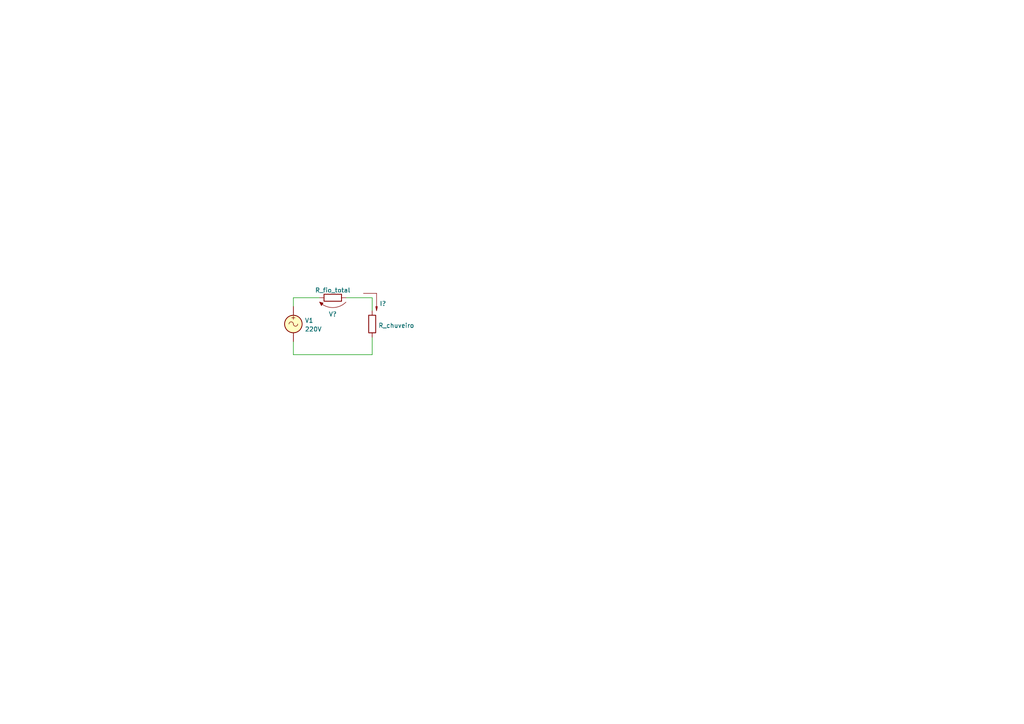
<source format=kicad_sch>
(kicad_sch (version 20211123) (generator eeschema)
  (paper "A4")
  (lib_symbols
    (symbol "Device:R" (pin_numbers hide) (pin_names (offset 0))
      (property "Reference" "R" (at 2.032 0 90))
      (property "Value" "R" (at 0 0 90))
      (symbol "R_0_1"
        (rectangle (start -1.016 -2.54) (end 1.016 2.54) (stroke (width 0.254)))
      )
      (symbol "R_1_1"
        (pin passive line (at 0 3.81 270) (length 1.27) (name "~") (number "1"))
        (pin passive line (at 0 -3.81 90) (length 1.27) (name "~") (number "2"))
      )
    )
    (symbol "Personalizados:seta_corrente_canto" (pin_names (offset 1.016))
      (property "Reference" "I" (at 1.905 1.27 0))
      (symbol "seta_corrente_canto_0_1"
        (polyline (pts (xy 0 0) (xy 0 -3.81)))
      )
      (symbol "seta_corrente_canto_1_1"
        (polyline (pts (xy 4.064 0) (xy 0 0)))
        (polyline (pts (xy 5.08 0) (xy 3.81 -0.254) (xy 3.81 0.254) (xy 5.08 0)) (fill (type outline)))
      )
    )
    (symbol "Personalizados:seta_tensao_longa" (pin_names (offset 1.016))
      (property "Reference" "V" (at -2.54 0 0))
      (symbol "seta_tensao_longa_0_1"
        (polyline (pts (xy 0 3.81) (xy -1.016 3.302) (xy -0.254 2.794) (xy 0 3.81)) (fill (type outline)))
        (arc (start 0 3.81) (mid -1.5782 0) (end 0 -3.81))
      )
    )
    (symbol "Simulation_SPICE:VSIN" (pin_numbers hide) (pin_names (offset 0.0254))
      (property "Reference" "V" (at 2.54 2.54 0))
      (property "Value" "VSIN" (at 2.54 0 0))
      (property "Spice_Model" "sin(0 1 1k)" (at 2.54 -2.54 0))
      (symbol "VSIN_0_0"
        (arc (start 0 0) (mid -0.635 0.635) (end -1.27 0))
        (arc (start 0 0) (mid 0.635 -0.635) (end 1.27 0))
        (text "+" (at 0 1.905 0) (effects (font (size 1.27 1.27))))
      )
      (symbol "VSIN_0_1"
        (circle (center 0 0) (radius 2.54) (stroke (width 0.254)) (fill (type background)))
      )
      (symbol "VSIN_1_1"
        (pin passive line (at 0 5.08 270) (length 2.54) (name "~") (number "1"))
        (pin passive line (at 0 -5.08 90) (length 2.54) (name "~") (number "2"))
      )
    )
  )
  (wire (pts (xy 85.09 102.87) (xy 107.95 102.87)))
  (wire (pts (xy 85.09 86.36) (xy 92.71 86.36)))
  (wire (pts (xy 100.33 86.36) (xy 107.95 86.36)))
  (wire (pts (xy 107.95 97.79) (xy 107.95 102.87)))
  (wire (pts (xy 85.09 102.87) (xy 85.09 99.06)))
  (wire (pts (xy 107.95 86.36) (xy 107.95 90.17)))
  (wire (pts (xy 85.09 88.9) (xy 85.09 86.36)))
  (symbol (lib_id "Simulation_SPICE:VSIN") (at 85.09 93.98 0) (unit 1)
    (property "Reference" "V1" (at 88.392 92.9555 0) (effects (justify left)))
    (property "Value" "220V" (at 88.392 95.4924 0) (effects (justify left)))
    (property "Spice_Netlist_Enabled" "Y" (effects hide))
    (property "Spice_Primitive" "V" (effects hide))
    (property "Spice_Model" "sin(0 1 1k)" (effects hide))
  )
  (symbol (lib_id "Device:R") (at 96.52 86.36 90) (unit 1)
    (property "Reference" "R_fio_total" (at 96.52 84.1812 90))
    (property "Value" "R" (effects hide))
  )
  (symbol (lib_id "Personalizados:seta_tensao_longa") (at 96.52 87.63 90) (unit 1)
    (property "Reference" "V?" (at 96.52 91.1116 90))
    (property "Value" "seta_tensao_longa" (effects hide))
  )
  (symbol (lib_id "Device:R") (at 107.95 93.98 180) (unit 1)
    (property "Reference" "R_chuveiro" (at 109.728 94.4138 0) (effects (justify right)))
    (property "Value" "R" (effects hide))
  )
  (symbol (lib_id "Personalizados:seta_corrente_canto") (at 109.22 85.09 270) (unit 1)
    (property "Reference" "I?" (at 110.109 88.0638 90) (effects (justify left)))
    (property "Value" "seta_corrente_canto" (effects hide))
  )
)
</source>
